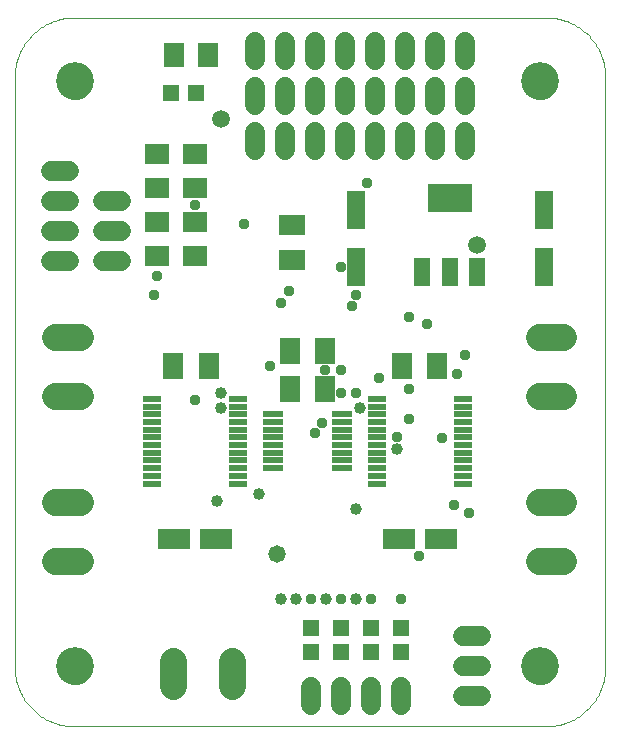
<source format=gts>
G75*
%MOIN*%
%OFA0B0*%
%FSLAX25Y25*%
%IPPOS*%
%LPD*%
%AMOC8*
5,1,8,0,0,1.08239X$1,22.5*
%
%ADD10C,0.00000*%
%ADD11C,0.06800*%
%ADD12R,0.06706X0.08674*%
%ADD13R,0.11036X0.07099*%
%ADD14R,0.06600X0.02200*%
%ADD15R,0.05524X0.05524*%
%ADD16C,0.09068*%
%ADD17R,0.06300X0.02170*%
%ADD18R,0.07099X0.07898*%
%ADD19R,0.07898X0.07099*%
%ADD20C,0.12611*%
%ADD21R,0.05600X0.09600*%
%ADD22R,0.14973X0.09461*%
%ADD23R,0.06312X0.12611*%
%ADD24R,0.08674X0.06706*%
%ADD25C,0.05800*%
%ADD26C,0.03778*%
%ADD27C,0.05918*%
%ADD28C,0.03975*%
D10*
X0007850Y0024870D02*
X0007850Y0221720D01*
X0007856Y0222196D01*
X0007873Y0222671D01*
X0007902Y0223146D01*
X0007942Y0223620D01*
X0007994Y0224093D01*
X0008057Y0224564D01*
X0008131Y0225034D01*
X0008217Y0225502D01*
X0008314Y0225968D01*
X0008422Y0226431D01*
X0008541Y0226891D01*
X0008672Y0227349D01*
X0008813Y0227803D01*
X0008966Y0228254D01*
X0009129Y0228700D01*
X0009303Y0229143D01*
X0009488Y0229581D01*
X0009683Y0230015D01*
X0009889Y0230444D01*
X0010105Y0230868D01*
X0010331Y0231287D01*
X0010567Y0231700D01*
X0010813Y0232107D01*
X0011069Y0232508D01*
X0011335Y0232902D01*
X0011610Y0233291D01*
X0011894Y0233672D01*
X0012187Y0234046D01*
X0012489Y0234414D01*
X0012801Y0234774D01*
X0013120Y0235126D01*
X0013448Y0235470D01*
X0013785Y0235807D01*
X0014129Y0236135D01*
X0014481Y0236454D01*
X0014841Y0236766D01*
X0015209Y0237068D01*
X0015583Y0237361D01*
X0015964Y0237645D01*
X0016353Y0237920D01*
X0016747Y0238186D01*
X0017148Y0238442D01*
X0017555Y0238688D01*
X0017968Y0238924D01*
X0018387Y0239150D01*
X0018811Y0239366D01*
X0019240Y0239572D01*
X0019674Y0239767D01*
X0020112Y0239952D01*
X0020555Y0240126D01*
X0021001Y0240289D01*
X0021452Y0240442D01*
X0021906Y0240583D01*
X0022364Y0240714D01*
X0022824Y0240833D01*
X0023287Y0240941D01*
X0023753Y0241038D01*
X0024221Y0241124D01*
X0024691Y0241198D01*
X0025162Y0241261D01*
X0025635Y0241313D01*
X0026109Y0241353D01*
X0026584Y0241382D01*
X0027059Y0241399D01*
X0027535Y0241405D01*
X0027535Y0241406D02*
X0185015Y0241406D01*
X0185015Y0241405D02*
X0185491Y0241399D01*
X0185966Y0241382D01*
X0186441Y0241353D01*
X0186915Y0241313D01*
X0187388Y0241261D01*
X0187859Y0241198D01*
X0188329Y0241124D01*
X0188797Y0241038D01*
X0189263Y0240941D01*
X0189726Y0240833D01*
X0190186Y0240714D01*
X0190644Y0240583D01*
X0191098Y0240442D01*
X0191549Y0240289D01*
X0191995Y0240126D01*
X0192438Y0239952D01*
X0192876Y0239767D01*
X0193310Y0239572D01*
X0193739Y0239366D01*
X0194163Y0239150D01*
X0194582Y0238924D01*
X0194995Y0238688D01*
X0195402Y0238442D01*
X0195803Y0238186D01*
X0196197Y0237920D01*
X0196586Y0237645D01*
X0196967Y0237361D01*
X0197341Y0237068D01*
X0197709Y0236766D01*
X0198069Y0236454D01*
X0198421Y0236135D01*
X0198765Y0235807D01*
X0199102Y0235470D01*
X0199430Y0235126D01*
X0199749Y0234774D01*
X0200061Y0234414D01*
X0200363Y0234046D01*
X0200656Y0233672D01*
X0200940Y0233291D01*
X0201215Y0232902D01*
X0201481Y0232508D01*
X0201737Y0232107D01*
X0201983Y0231700D01*
X0202219Y0231287D01*
X0202445Y0230868D01*
X0202661Y0230444D01*
X0202867Y0230015D01*
X0203062Y0229581D01*
X0203247Y0229143D01*
X0203421Y0228700D01*
X0203584Y0228254D01*
X0203737Y0227803D01*
X0203878Y0227349D01*
X0204009Y0226891D01*
X0204128Y0226431D01*
X0204236Y0225968D01*
X0204333Y0225502D01*
X0204419Y0225034D01*
X0204493Y0224564D01*
X0204556Y0224093D01*
X0204608Y0223620D01*
X0204648Y0223146D01*
X0204677Y0222671D01*
X0204694Y0222196D01*
X0204700Y0221720D01*
X0204700Y0024870D01*
X0204694Y0024394D01*
X0204677Y0023919D01*
X0204648Y0023444D01*
X0204608Y0022970D01*
X0204556Y0022497D01*
X0204493Y0022026D01*
X0204419Y0021556D01*
X0204333Y0021088D01*
X0204236Y0020622D01*
X0204128Y0020159D01*
X0204009Y0019699D01*
X0203878Y0019241D01*
X0203737Y0018787D01*
X0203584Y0018336D01*
X0203421Y0017890D01*
X0203247Y0017447D01*
X0203062Y0017009D01*
X0202867Y0016575D01*
X0202661Y0016146D01*
X0202445Y0015722D01*
X0202219Y0015303D01*
X0201983Y0014890D01*
X0201737Y0014483D01*
X0201481Y0014082D01*
X0201215Y0013688D01*
X0200940Y0013299D01*
X0200656Y0012918D01*
X0200363Y0012544D01*
X0200061Y0012176D01*
X0199749Y0011816D01*
X0199430Y0011464D01*
X0199102Y0011120D01*
X0198765Y0010783D01*
X0198421Y0010455D01*
X0198069Y0010136D01*
X0197709Y0009824D01*
X0197341Y0009522D01*
X0196967Y0009229D01*
X0196586Y0008945D01*
X0196197Y0008670D01*
X0195803Y0008404D01*
X0195402Y0008148D01*
X0194995Y0007902D01*
X0194582Y0007666D01*
X0194163Y0007440D01*
X0193739Y0007224D01*
X0193310Y0007018D01*
X0192876Y0006823D01*
X0192438Y0006638D01*
X0191995Y0006464D01*
X0191549Y0006301D01*
X0191098Y0006148D01*
X0190644Y0006007D01*
X0190186Y0005876D01*
X0189726Y0005757D01*
X0189263Y0005649D01*
X0188797Y0005552D01*
X0188329Y0005466D01*
X0187859Y0005392D01*
X0187388Y0005329D01*
X0186915Y0005277D01*
X0186441Y0005237D01*
X0185966Y0005208D01*
X0185491Y0005191D01*
X0185015Y0005185D01*
X0027535Y0005185D01*
X0027059Y0005191D01*
X0026584Y0005208D01*
X0026109Y0005237D01*
X0025635Y0005277D01*
X0025162Y0005329D01*
X0024691Y0005392D01*
X0024221Y0005466D01*
X0023753Y0005552D01*
X0023287Y0005649D01*
X0022824Y0005757D01*
X0022364Y0005876D01*
X0021906Y0006007D01*
X0021452Y0006148D01*
X0021001Y0006301D01*
X0020555Y0006464D01*
X0020112Y0006638D01*
X0019674Y0006823D01*
X0019240Y0007018D01*
X0018811Y0007224D01*
X0018387Y0007440D01*
X0017968Y0007666D01*
X0017555Y0007902D01*
X0017148Y0008148D01*
X0016747Y0008404D01*
X0016353Y0008670D01*
X0015964Y0008945D01*
X0015583Y0009229D01*
X0015209Y0009522D01*
X0014841Y0009824D01*
X0014481Y0010136D01*
X0014129Y0010455D01*
X0013785Y0010783D01*
X0013448Y0011120D01*
X0013120Y0011464D01*
X0012801Y0011816D01*
X0012489Y0012176D01*
X0012187Y0012544D01*
X0011894Y0012918D01*
X0011610Y0013299D01*
X0011335Y0013688D01*
X0011069Y0014082D01*
X0010813Y0014483D01*
X0010567Y0014890D01*
X0010331Y0015303D01*
X0010105Y0015722D01*
X0009889Y0016146D01*
X0009683Y0016575D01*
X0009488Y0017009D01*
X0009303Y0017447D01*
X0009129Y0017890D01*
X0008966Y0018336D01*
X0008813Y0018787D01*
X0008672Y0019241D01*
X0008541Y0019699D01*
X0008422Y0020159D01*
X0008314Y0020622D01*
X0008217Y0021088D01*
X0008131Y0021556D01*
X0008057Y0022026D01*
X0007994Y0022497D01*
X0007942Y0022970D01*
X0007902Y0023444D01*
X0007873Y0023919D01*
X0007856Y0024394D01*
X0007850Y0024870D01*
X0021944Y0025185D02*
X0021946Y0025338D01*
X0021952Y0025492D01*
X0021962Y0025645D01*
X0021976Y0025797D01*
X0021994Y0025950D01*
X0022016Y0026101D01*
X0022041Y0026252D01*
X0022071Y0026403D01*
X0022105Y0026553D01*
X0022142Y0026701D01*
X0022183Y0026849D01*
X0022228Y0026995D01*
X0022277Y0027141D01*
X0022330Y0027285D01*
X0022386Y0027427D01*
X0022446Y0027568D01*
X0022510Y0027708D01*
X0022577Y0027846D01*
X0022648Y0027982D01*
X0022723Y0028116D01*
X0022800Y0028248D01*
X0022882Y0028378D01*
X0022966Y0028506D01*
X0023054Y0028632D01*
X0023145Y0028755D01*
X0023239Y0028876D01*
X0023337Y0028994D01*
X0023437Y0029110D01*
X0023541Y0029223D01*
X0023647Y0029334D01*
X0023756Y0029442D01*
X0023868Y0029547D01*
X0023982Y0029648D01*
X0024100Y0029747D01*
X0024219Y0029843D01*
X0024341Y0029936D01*
X0024466Y0030025D01*
X0024593Y0030112D01*
X0024722Y0030194D01*
X0024853Y0030274D01*
X0024986Y0030350D01*
X0025121Y0030423D01*
X0025258Y0030492D01*
X0025397Y0030557D01*
X0025537Y0030619D01*
X0025679Y0030677D01*
X0025822Y0030732D01*
X0025967Y0030783D01*
X0026113Y0030830D01*
X0026260Y0030873D01*
X0026408Y0030912D01*
X0026557Y0030948D01*
X0026707Y0030979D01*
X0026858Y0031007D01*
X0027009Y0031031D01*
X0027162Y0031051D01*
X0027314Y0031067D01*
X0027467Y0031079D01*
X0027620Y0031087D01*
X0027773Y0031091D01*
X0027927Y0031091D01*
X0028080Y0031087D01*
X0028233Y0031079D01*
X0028386Y0031067D01*
X0028538Y0031051D01*
X0028691Y0031031D01*
X0028842Y0031007D01*
X0028993Y0030979D01*
X0029143Y0030948D01*
X0029292Y0030912D01*
X0029440Y0030873D01*
X0029587Y0030830D01*
X0029733Y0030783D01*
X0029878Y0030732D01*
X0030021Y0030677D01*
X0030163Y0030619D01*
X0030303Y0030557D01*
X0030442Y0030492D01*
X0030579Y0030423D01*
X0030714Y0030350D01*
X0030847Y0030274D01*
X0030978Y0030194D01*
X0031107Y0030112D01*
X0031234Y0030025D01*
X0031359Y0029936D01*
X0031481Y0029843D01*
X0031600Y0029747D01*
X0031718Y0029648D01*
X0031832Y0029547D01*
X0031944Y0029442D01*
X0032053Y0029334D01*
X0032159Y0029223D01*
X0032263Y0029110D01*
X0032363Y0028994D01*
X0032461Y0028876D01*
X0032555Y0028755D01*
X0032646Y0028632D01*
X0032734Y0028506D01*
X0032818Y0028378D01*
X0032900Y0028248D01*
X0032977Y0028116D01*
X0033052Y0027982D01*
X0033123Y0027846D01*
X0033190Y0027708D01*
X0033254Y0027568D01*
X0033314Y0027427D01*
X0033370Y0027285D01*
X0033423Y0027141D01*
X0033472Y0026995D01*
X0033517Y0026849D01*
X0033558Y0026701D01*
X0033595Y0026553D01*
X0033629Y0026403D01*
X0033659Y0026252D01*
X0033684Y0026101D01*
X0033706Y0025950D01*
X0033724Y0025797D01*
X0033738Y0025645D01*
X0033748Y0025492D01*
X0033754Y0025338D01*
X0033756Y0025185D01*
X0033754Y0025032D01*
X0033748Y0024878D01*
X0033738Y0024725D01*
X0033724Y0024573D01*
X0033706Y0024420D01*
X0033684Y0024269D01*
X0033659Y0024118D01*
X0033629Y0023967D01*
X0033595Y0023817D01*
X0033558Y0023669D01*
X0033517Y0023521D01*
X0033472Y0023375D01*
X0033423Y0023229D01*
X0033370Y0023085D01*
X0033314Y0022943D01*
X0033254Y0022802D01*
X0033190Y0022662D01*
X0033123Y0022524D01*
X0033052Y0022388D01*
X0032977Y0022254D01*
X0032900Y0022122D01*
X0032818Y0021992D01*
X0032734Y0021864D01*
X0032646Y0021738D01*
X0032555Y0021615D01*
X0032461Y0021494D01*
X0032363Y0021376D01*
X0032263Y0021260D01*
X0032159Y0021147D01*
X0032053Y0021036D01*
X0031944Y0020928D01*
X0031832Y0020823D01*
X0031718Y0020722D01*
X0031600Y0020623D01*
X0031481Y0020527D01*
X0031359Y0020434D01*
X0031234Y0020345D01*
X0031107Y0020258D01*
X0030978Y0020176D01*
X0030847Y0020096D01*
X0030714Y0020020D01*
X0030579Y0019947D01*
X0030442Y0019878D01*
X0030303Y0019813D01*
X0030163Y0019751D01*
X0030021Y0019693D01*
X0029878Y0019638D01*
X0029733Y0019587D01*
X0029587Y0019540D01*
X0029440Y0019497D01*
X0029292Y0019458D01*
X0029143Y0019422D01*
X0028993Y0019391D01*
X0028842Y0019363D01*
X0028691Y0019339D01*
X0028538Y0019319D01*
X0028386Y0019303D01*
X0028233Y0019291D01*
X0028080Y0019283D01*
X0027927Y0019279D01*
X0027773Y0019279D01*
X0027620Y0019283D01*
X0027467Y0019291D01*
X0027314Y0019303D01*
X0027162Y0019319D01*
X0027009Y0019339D01*
X0026858Y0019363D01*
X0026707Y0019391D01*
X0026557Y0019422D01*
X0026408Y0019458D01*
X0026260Y0019497D01*
X0026113Y0019540D01*
X0025967Y0019587D01*
X0025822Y0019638D01*
X0025679Y0019693D01*
X0025537Y0019751D01*
X0025397Y0019813D01*
X0025258Y0019878D01*
X0025121Y0019947D01*
X0024986Y0020020D01*
X0024853Y0020096D01*
X0024722Y0020176D01*
X0024593Y0020258D01*
X0024466Y0020345D01*
X0024341Y0020434D01*
X0024219Y0020527D01*
X0024100Y0020623D01*
X0023982Y0020722D01*
X0023868Y0020823D01*
X0023756Y0020928D01*
X0023647Y0021036D01*
X0023541Y0021147D01*
X0023437Y0021260D01*
X0023337Y0021376D01*
X0023239Y0021494D01*
X0023145Y0021615D01*
X0023054Y0021738D01*
X0022966Y0021864D01*
X0022882Y0021992D01*
X0022800Y0022122D01*
X0022723Y0022254D01*
X0022648Y0022388D01*
X0022577Y0022524D01*
X0022510Y0022662D01*
X0022446Y0022802D01*
X0022386Y0022943D01*
X0022330Y0023085D01*
X0022277Y0023229D01*
X0022228Y0023375D01*
X0022183Y0023521D01*
X0022142Y0023669D01*
X0022105Y0023817D01*
X0022071Y0023967D01*
X0022041Y0024118D01*
X0022016Y0024269D01*
X0021994Y0024420D01*
X0021976Y0024573D01*
X0021962Y0024725D01*
X0021952Y0024878D01*
X0021946Y0025032D01*
X0021944Y0025185D01*
X0176944Y0025185D02*
X0176946Y0025338D01*
X0176952Y0025492D01*
X0176962Y0025645D01*
X0176976Y0025797D01*
X0176994Y0025950D01*
X0177016Y0026101D01*
X0177041Y0026252D01*
X0177071Y0026403D01*
X0177105Y0026553D01*
X0177142Y0026701D01*
X0177183Y0026849D01*
X0177228Y0026995D01*
X0177277Y0027141D01*
X0177330Y0027285D01*
X0177386Y0027427D01*
X0177446Y0027568D01*
X0177510Y0027708D01*
X0177577Y0027846D01*
X0177648Y0027982D01*
X0177723Y0028116D01*
X0177800Y0028248D01*
X0177882Y0028378D01*
X0177966Y0028506D01*
X0178054Y0028632D01*
X0178145Y0028755D01*
X0178239Y0028876D01*
X0178337Y0028994D01*
X0178437Y0029110D01*
X0178541Y0029223D01*
X0178647Y0029334D01*
X0178756Y0029442D01*
X0178868Y0029547D01*
X0178982Y0029648D01*
X0179100Y0029747D01*
X0179219Y0029843D01*
X0179341Y0029936D01*
X0179466Y0030025D01*
X0179593Y0030112D01*
X0179722Y0030194D01*
X0179853Y0030274D01*
X0179986Y0030350D01*
X0180121Y0030423D01*
X0180258Y0030492D01*
X0180397Y0030557D01*
X0180537Y0030619D01*
X0180679Y0030677D01*
X0180822Y0030732D01*
X0180967Y0030783D01*
X0181113Y0030830D01*
X0181260Y0030873D01*
X0181408Y0030912D01*
X0181557Y0030948D01*
X0181707Y0030979D01*
X0181858Y0031007D01*
X0182009Y0031031D01*
X0182162Y0031051D01*
X0182314Y0031067D01*
X0182467Y0031079D01*
X0182620Y0031087D01*
X0182773Y0031091D01*
X0182927Y0031091D01*
X0183080Y0031087D01*
X0183233Y0031079D01*
X0183386Y0031067D01*
X0183538Y0031051D01*
X0183691Y0031031D01*
X0183842Y0031007D01*
X0183993Y0030979D01*
X0184143Y0030948D01*
X0184292Y0030912D01*
X0184440Y0030873D01*
X0184587Y0030830D01*
X0184733Y0030783D01*
X0184878Y0030732D01*
X0185021Y0030677D01*
X0185163Y0030619D01*
X0185303Y0030557D01*
X0185442Y0030492D01*
X0185579Y0030423D01*
X0185714Y0030350D01*
X0185847Y0030274D01*
X0185978Y0030194D01*
X0186107Y0030112D01*
X0186234Y0030025D01*
X0186359Y0029936D01*
X0186481Y0029843D01*
X0186600Y0029747D01*
X0186718Y0029648D01*
X0186832Y0029547D01*
X0186944Y0029442D01*
X0187053Y0029334D01*
X0187159Y0029223D01*
X0187263Y0029110D01*
X0187363Y0028994D01*
X0187461Y0028876D01*
X0187555Y0028755D01*
X0187646Y0028632D01*
X0187734Y0028506D01*
X0187818Y0028378D01*
X0187900Y0028248D01*
X0187977Y0028116D01*
X0188052Y0027982D01*
X0188123Y0027846D01*
X0188190Y0027708D01*
X0188254Y0027568D01*
X0188314Y0027427D01*
X0188370Y0027285D01*
X0188423Y0027141D01*
X0188472Y0026995D01*
X0188517Y0026849D01*
X0188558Y0026701D01*
X0188595Y0026553D01*
X0188629Y0026403D01*
X0188659Y0026252D01*
X0188684Y0026101D01*
X0188706Y0025950D01*
X0188724Y0025797D01*
X0188738Y0025645D01*
X0188748Y0025492D01*
X0188754Y0025338D01*
X0188756Y0025185D01*
X0188754Y0025032D01*
X0188748Y0024878D01*
X0188738Y0024725D01*
X0188724Y0024573D01*
X0188706Y0024420D01*
X0188684Y0024269D01*
X0188659Y0024118D01*
X0188629Y0023967D01*
X0188595Y0023817D01*
X0188558Y0023669D01*
X0188517Y0023521D01*
X0188472Y0023375D01*
X0188423Y0023229D01*
X0188370Y0023085D01*
X0188314Y0022943D01*
X0188254Y0022802D01*
X0188190Y0022662D01*
X0188123Y0022524D01*
X0188052Y0022388D01*
X0187977Y0022254D01*
X0187900Y0022122D01*
X0187818Y0021992D01*
X0187734Y0021864D01*
X0187646Y0021738D01*
X0187555Y0021615D01*
X0187461Y0021494D01*
X0187363Y0021376D01*
X0187263Y0021260D01*
X0187159Y0021147D01*
X0187053Y0021036D01*
X0186944Y0020928D01*
X0186832Y0020823D01*
X0186718Y0020722D01*
X0186600Y0020623D01*
X0186481Y0020527D01*
X0186359Y0020434D01*
X0186234Y0020345D01*
X0186107Y0020258D01*
X0185978Y0020176D01*
X0185847Y0020096D01*
X0185714Y0020020D01*
X0185579Y0019947D01*
X0185442Y0019878D01*
X0185303Y0019813D01*
X0185163Y0019751D01*
X0185021Y0019693D01*
X0184878Y0019638D01*
X0184733Y0019587D01*
X0184587Y0019540D01*
X0184440Y0019497D01*
X0184292Y0019458D01*
X0184143Y0019422D01*
X0183993Y0019391D01*
X0183842Y0019363D01*
X0183691Y0019339D01*
X0183538Y0019319D01*
X0183386Y0019303D01*
X0183233Y0019291D01*
X0183080Y0019283D01*
X0182927Y0019279D01*
X0182773Y0019279D01*
X0182620Y0019283D01*
X0182467Y0019291D01*
X0182314Y0019303D01*
X0182162Y0019319D01*
X0182009Y0019339D01*
X0181858Y0019363D01*
X0181707Y0019391D01*
X0181557Y0019422D01*
X0181408Y0019458D01*
X0181260Y0019497D01*
X0181113Y0019540D01*
X0180967Y0019587D01*
X0180822Y0019638D01*
X0180679Y0019693D01*
X0180537Y0019751D01*
X0180397Y0019813D01*
X0180258Y0019878D01*
X0180121Y0019947D01*
X0179986Y0020020D01*
X0179853Y0020096D01*
X0179722Y0020176D01*
X0179593Y0020258D01*
X0179466Y0020345D01*
X0179341Y0020434D01*
X0179219Y0020527D01*
X0179100Y0020623D01*
X0178982Y0020722D01*
X0178868Y0020823D01*
X0178756Y0020928D01*
X0178647Y0021036D01*
X0178541Y0021147D01*
X0178437Y0021260D01*
X0178337Y0021376D01*
X0178239Y0021494D01*
X0178145Y0021615D01*
X0178054Y0021738D01*
X0177966Y0021864D01*
X0177882Y0021992D01*
X0177800Y0022122D01*
X0177723Y0022254D01*
X0177648Y0022388D01*
X0177577Y0022524D01*
X0177510Y0022662D01*
X0177446Y0022802D01*
X0177386Y0022943D01*
X0177330Y0023085D01*
X0177277Y0023229D01*
X0177228Y0023375D01*
X0177183Y0023521D01*
X0177142Y0023669D01*
X0177105Y0023817D01*
X0177071Y0023967D01*
X0177041Y0024118D01*
X0177016Y0024269D01*
X0176994Y0024420D01*
X0176976Y0024573D01*
X0176962Y0024725D01*
X0176952Y0024878D01*
X0176946Y0025032D01*
X0176944Y0025185D01*
X0176944Y0220185D02*
X0176946Y0220338D01*
X0176952Y0220492D01*
X0176962Y0220645D01*
X0176976Y0220797D01*
X0176994Y0220950D01*
X0177016Y0221101D01*
X0177041Y0221252D01*
X0177071Y0221403D01*
X0177105Y0221553D01*
X0177142Y0221701D01*
X0177183Y0221849D01*
X0177228Y0221995D01*
X0177277Y0222141D01*
X0177330Y0222285D01*
X0177386Y0222427D01*
X0177446Y0222568D01*
X0177510Y0222708D01*
X0177577Y0222846D01*
X0177648Y0222982D01*
X0177723Y0223116D01*
X0177800Y0223248D01*
X0177882Y0223378D01*
X0177966Y0223506D01*
X0178054Y0223632D01*
X0178145Y0223755D01*
X0178239Y0223876D01*
X0178337Y0223994D01*
X0178437Y0224110D01*
X0178541Y0224223D01*
X0178647Y0224334D01*
X0178756Y0224442D01*
X0178868Y0224547D01*
X0178982Y0224648D01*
X0179100Y0224747D01*
X0179219Y0224843D01*
X0179341Y0224936D01*
X0179466Y0225025D01*
X0179593Y0225112D01*
X0179722Y0225194D01*
X0179853Y0225274D01*
X0179986Y0225350D01*
X0180121Y0225423D01*
X0180258Y0225492D01*
X0180397Y0225557D01*
X0180537Y0225619D01*
X0180679Y0225677D01*
X0180822Y0225732D01*
X0180967Y0225783D01*
X0181113Y0225830D01*
X0181260Y0225873D01*
X0181408Y0225912D01*
X0181557Y0225948D01*
X0181707Y0225979D01*
X0181858Y0226007D01*
X0182009Y0226031D01*
X0182162Y0226051D01*
X0182314Y0226067D01*
X0182467Y0226079D01*
X0182620Y0226087D01*
X0182773Y0226091D01*
X0182927Y0226091D01*
X0183080Y0226087D01*
X0183233Y0226079D01*
X0183386Y0226067D01*
X0183538Y0226051D01*
X0183691Y0226031D01*
X0183842Y0226007D01*
X0183993Y0225979D01*
X0184143Y0225948D01*
X0184292Y0225912D01*
X0184440Y0225873D01*
X0184587Y0225830D01*
X0184733Y0225783D01*
X0184878Y0225732D01*
X0185021Y0225677D01*
X0185163Y0225619D01*
X0185303Y0225557D01*
X0185442Y0225492D01*
X0185579Y0225423D01*
X0185714Y0225350D01*
X0185847Y0225274D01*
X0185978Y0225194D01*
X0186107Y0225112D01*
X0186234Y0225025D01*
X0186359Y0224936D01*
X0186481Y0224843D01*
X0186600Y0224747D01*
X0186718Y0224648D01*
X0186832Y0224547D01*
X0186944Y0224442D01*
X0187053Y0224334D01*
X0187159Y0224223D01*
X0187263Y0224110D01*
X0187363Y0223994D01*
X0187461Y0223876D01*
X0187555Y0223755D01*
X0187646Y0223632D01*
X0187734Y0223506D01*
X0187818Y0223378D01*
X0187900Y0223248D01*
X0187977Y0223116D01*
X0188052Y0222982D01*
X0188123Y0222846D01*
X0188190Y0222708D01*
X0188254Y0222568D01*
X0188314Y0222427D01*
X0188370Y0222285D01*
X0188423Y0222141D01*
X0188472Y0221995D01*
X0188517Y0221849D01*
X0188558Y0221701D01*
X0188595Y0221553D01*
X0188629Y0221403D01*
X0188659Y0221252D01*
X0188684Y0221101D01*
X0188706Y0220950D01*
X0188724Y0220797D01*
X0188738Y0220645D01*
X0188748Y0220492D01*
X0188754Y0220338D01*
X0188756Y0220185D01*
X0188754Y0220032D01*
X0188748Y0219878D01*
X0188738Y0219725D01*
X0188724Y0219573D01*
X0188706Y0219420D01*
X0188684Y0219269D01*
X0188659Y0219118D01*
X0188629Y0218967D01*
X0188595Y0218817D01*
X0188558Y0218669D01*
X0188517Y0218521D01*
X0188472Y0218375D01*
X0188423Y0218229D01*
X0188370Y0218085D01*
X0188314Y0217943D01*
X0188254Y0217802D01*
X0188190Y0217662D01*
X0188123Y0217524D01*
X0188052Y0217388D01*
X0187977Y0217254D01*
X0187900Y0217122D01*
X0187818Y0216992D01*
X0187734Y0216864D01*
X0187646Y0216738D01*
X0187555Y0216615D01*
X0187461Y0216494D01*
X0187363Y0216376D01*
X0187263Y0216260D01*
X0187159Y0216147D01*
X0187053Y0216036D01*
X0186944Y0215928D01*
X0186832Y0215823D01*
X0186718Y0215722D01*
X0186600Y0215623D01*
X0186481Y0215527D01*
X0186359Y0215434D01*
X0186234Y0215345D01*
X0186107Y0215258D01*
X0185978Y0215176D01*
X0185847Y0215096D01*
X0185714Y0215020D01*
X0185579Y0214947D01*
X0185442Y0214878D01*
X0185303Y0214813D01*
X0185163Y0214751D01*
X0185021Y0214693D01*
X0184878Y0214638D01*
X0184733Y0214587D01*
X0184587Y0214540D01*
X0184440Y0214497D01*
X0184292Y0214458D01*
X0184143Y0214422D01*
X0183993Y0214391D01*
X0183842Y0214363D01*
X0183691Y0214339D01*
X0183538Y0214319D01*
X0183386Y0214303D01*
X0183233Y0214291D01*
X0183080Y0214283D01*
X0182927Y0214279D01*
X0182773Y0214279D01*
X0182620Y0214283D01*
X0182467Y0214291D01*
X0182314Y0214303D01*
X0182162Y0214319D01*
X0182009Y0214339D01*
X0181858Y0214363D01*
X0181707Y0214391D01*
X0181557Y0214422D01*
X0181408Y0214458D01*
X0181260Y0214497D01*
X0181113Y0214540D01*
X0180967Y0214587D01*
X0180822Y0214638D01*
X0180679Y0214693D01*
X0180537Y0214751D01*
X0180397Y0214813D01*
X0180258Y0214878D01*
X0180121Y0214947D01*
X0179986Y0215020D01*
X0179853Y0215096D01*
X0179722Y0215176D01*
X0179593Y0215258D01*
X0179466Y0215345D01*
X0179341Y0215434D01*
X0179219Y0215527D01*
X0179100Y0215623D01*
X0178982Y0215722D01*
X0178868Y0215823D01*
X0178756Y0215928D01*
X0178647Y0216036D01*
X0178541Y0216147D01*
X0178437Y0216260D01*
X0178337Y0216376D01*
X0178239Y0216494D01*
X0178145Y0216615D01*
X0178054Y0216738D01*
X0177966Y0216864D01*
X0177882Y0216992D01*
X0177800Y0217122D01*
X0177723Y0217254D01*
X0177648Y0217388D01*
X0177577Y0217524D01*
X0177510Y0217662D01*
X0177446Y0217802D01*
X0177386Y0217943D01*
X0177330Y0218085D01*
X0177277Y0218229D01*
X0177228Y0218375D01*
X0177183Y0218521D01*
X0177142Y0218669D01*
X0177105Y0218817D01*
X0177071Y0218967D01*
X0177041Y0219118D01*
X0177016Y0219269D01*
X0176994Y0219420D01*
X0176976Y0219573D01*
X0176962Y0219725D01*
X0176952Y0219878D01*
X0176946Y0220032D01*
X0176944Y0220185D01*
X0021944Y0220185D02*
X0021946Y0220338D01*
X0021952Y0220492D01*
X0021962Y0220645D01*
X0021976Y0220797D01*
X0021994Y0220950D01*
X0022016Y0221101D01*
X0022041Y0221252D01*
X0022071Y0221403D01*
X0022105Y0221553D01*
X0022142Y0221701D01*
X0022183Y0221849D01*
X0022228Y0221995D01*
X0022277Y0222141D01*
X0022330Y0222285D01*
X0022386Y0222427D01*
X0022446Y0222568D01*
X0022510Y0222708D01*
X0022577Y0222846D01*
X0022648Y0222982D01*
X0022723Y0223116D01*
X0022800Y0223248D01*
X0022882Y0223378D01*
X0022966Y0223506D01*
X0023054Y0223632D01*
X0023145Y0223755D01*
X0023239Y0223876D01*
X0023337Y0223994D01*
X0023437Y0224110D01*
X0023541Y0224223D01*
X0023647Y0224334D01*
X0023756Y0224442D01*
X0023868Y0224547D01*
X0023982Y0224648D01*
X0024100Y0224747D01*
X0024219Y0224843D01*
X0024341Y0224936D01*
X0024466Y0225025D01*
X0024593Y0225112D01*
X0024722Y0225194D01*
X0024853Y0225274D01*
X0024986Y0225350D01*
X0025121Y0225423D01*
X0025258Y0225492D01*
X0025397Y0225557D01*
X0025537Y0225619D01*
X0025679Y0225677D01*
X0025822Y0225732D01*
X0025967Y0225783D01*
X0026113Y0225830D01*
X0026260Y0225873D01*
X0026408Y0225912D01*
X0026557Y0225948D01*
X0026707Y0225979D01*
X0026858Y0226007D01*
X0027009Y0226031D01*
X0027162Y0226051D01*
X0027314Y0226067D01*
X0027467Y0226079D01*
X0027620Y0226087D01*
X0027773Y0226091D01*
X0027927Y0226091D01*
X0028080Y0226087D01*
X0028233Y0226079D01*
X0028386Y0226067D01*
X0028538Y0226051D01*
X0028691Y0226031D01*
X0028842Y0226007D01*
X0028993Y0225979D01*
X0029143Y0225948D01*
X0029292Y0225912D01*
X0029440Y0225873D01*
X0029587Y0225830D01*
X0029733Y0225783D01*
X0029878Y0225732D01*
X0030021Y0225677D01*
X0030163Y0225619D01*
X0030303Y0225557D01*
X0030442Y0225492D01*
X0030579Y0225423D01*
X0030714Y0225350D01*
X0030847Y0225274D01*
X0030978Y0225194D01*
X0031107Y0225112D01*
X0031234Y0225025D01*
X0031359Y0224936D01*
X0031481Y0224843D01*
X0031600Y0224747D01*
X0031718Y0224648D01*
X0031832Y0224547D01*
X0031944Y0224442D01*
X0032053Y0224334D01*
X0032159Y0224223D01*
X0032263Y0224110D01*
X0032363Y0223994D01*
X0032461Y0223876D01*
X0032555Y0223755D01*
X0032646Y0223632D01*
X0032734Y0223506D01*
X0032818Y0223378D01*
X0032900Y0223248D01*
X0032977Y0223116D01*
X0033052Y0222982D01*
X0033123Y0222846D01*
X0033190Y0222708D01*
X0033254Y0222568D01*
X0033314Y0222427D01*
X0033370Y0222285D01*
X0033423Y0222141D01*
X0033472Y0221995D01*
X0033517Y0221849D01*
X0033558Y0221701D01*
X0033595Y0221553D01*
X0033629Y0221403D01*
X0033659Y0221252D01*
X0033684Y0221101D01*
X0033706Y0220950D01*
X0033724Y0220797D01*
X0033738Y0220645D01*
X0033748Y0220492D01*
X0033754Y0220338D01*
X0033756Y0220185D01*
X0033754Y0220032D01*
X0033748Y0219878D01*
X0033738Y0219725D01*
X0033724Y0219573D01*
X0033706Y0219420D01*
X0033684Y0219269D01*
X0033659Y0219118D01*
X0033629Y0218967D01*
X0033595Y0218817D01*
X0033558Y0218669D01*
X0033517Y0218521D01*
X0033472Y0218375D01*
X0033423Y0218229D01*
X0033370Y0218085D01*
X0033314Y0217943D01*
X0033254Y0217802D01*
X0033190Y0217662D01*
X0033123Y0217524D01*
X0033052Y0217388D01*
X0032977Y0217254D01*
X0032900Y0217122D01*
X0032818Y0216992D01*
X0032734Y0216864D01*
X0032646Y0216738D01*
X0032555Y0216615D01*
X0032461Y0216494D01*
X0032363Y0216376D01*
X0032263Y0216260D01*
X0032159Y0216147D01*
X0032053Y0216036D01*
X0031944Y0215928D01*
X0031832Y0215823D01*
X0031718Y0215722D01*
X0031600Y0215623D01*
X0031481Y0215527D01*
X0031359Y0215434D01*
X0031234Y0215345D01*
X0031107Y0215258D01*
X0030978Y0215176D01*
X0030847Y0215096D01*
X0030714Y0215020D01*
X0030579Y0214947D01*
X0030442Y0214878D01*
X0030303Y0214813D01*
X0030163Y0214751D01*
X0030021Y0214693D01*
X0029878Y0214638D01*
X0029733Y0214587D01*
X0029587Y0214540D01*
X0029440Y0214497D01*
X0029292Y0214458D01*
X0029143Y0214422D01*
X0028993Y0214391D01*
X0028842Y0214363D01*
X0028691Y0214339D01*
X0028538Y0214319D01*
X0028386Y0214303D01*
X0028233Y0214291D01*
X0028080Y0214283D01*
X0027927Y0214279D01*
X0027773Y0214279D01*
X0027620Y0214283D01*
X0027467Y0214291D01*
X0027314Y0214303D01*
X0027162Y0214319D01*
X0027009Y0214339D01*
X0026858Y0214363D01*
X0026707Y0214391D01*
X0026557Y0214422D01*
X0026408Y0214458D01*
X0026260Y0214497D01*
X0026113Y0214540D01*
X0025967Y0214587D01*
X0025822Y0214638D01*
X0025679Y0214693D01*
X0025537Y0214751D01*
X0025397Y0214813D01*
X0025258Y0214878D01*
X0025121Y0214947D01*
X0024986Y0215020D01*
X0024853Y0215096D01*
X0024722Y0215176D01*
X0024593Y0215258D01*
X0024466Y0215345D01*
X0024341Y0215434D01*
X0024219Y0215527D01*
X0024100Y0215623D01*
X0023982Y0215722D01*
X0023868Y0215823D01*
X0023756Y0215928D01*
X0023647Y0216036D01*
X0023541Y0216147D01*
X0023437Y0216260D01*
X0023337Y0216376D01*
X0023239Y0216494D01*
X0023145Y0216615D01*
X0023054Y0216738D01*
X0022966Y0216864D01*
X0022882Y0216992D01*
X0022800Y0217122D01*
X0022723Y0217254D01*
X0022648Y0217388D01*
X0022577Y0217524D01*
X0022510Y0217662D01*
X0022446Y0217802D01*
X0022386Y0217943D01*
X0022330Y0218085D01*
X0022277Y0218229D01*
X0022228Y0218375D01*
X0022183Y0218521D01*
X0022142Y0218669D01*
X0022105Y0218817D01*
X0022071Y0218967D01*
X0022041Y0219118D01*
X0022016Y0219269D01*
X0021994Y0219420D01*
X0021976Y0219573D01*
X0021962Y0219725D01*
X0021952Y0219878D01*
X0021946Y0220032D01*
X0021944Y0220185D01*
D11*
X0019850Y0190185D02*
X0025850Y0190185D01*
X0025850Y0180185D02*
X0019850Y0180185D01*
X0019850Y0170185D02*
X0025850Y0170185D01*
X0025850Y0160185D02*
X0019850Y0160185D01*
X0037350Y0160185D02*
X0043350Y0160185D01*
X0043350Y0170185D02*
X0037350Y0170185D01*
X0037350Y0180185D02*
X0043350Y0180185D01*
X0087850Y0197185D02*
X0087850Y0203185D01*
X0087850Y0212185D02*
X0087850Y0218185D01*
X0087850Y0227185D02*
X0087850Y0233185D01*
X0097850Y0233185D02*
X0097850Y0227185D01*
X0097850Y0218185D02*
X0097850Y0212185D01*
X0097850Y0203185D02*
X0097850Y0197185D01*
X0107850Y0197185D02*
X0107850Y0203185D01*
X0107850Y0212185D02*
X0107850Y0218185D01*
X0107850Y0227185D02*
X0107850Y0233185D01*
X0117850Y0233185D02*
X0117850Y0227185D01*
X0117850Y0218185D02*
X0117850Y0212185D01*
X0117850Y0203185D02*
X0117850Y0197185D01*
X0127850Y0197185D02*
X0127850Y0203185D01*
X0127850Y0212185D02*
X0127850Y0218185D01*
X0127850Y0227185D02*
X0127850Y0233185D01*
X0137850Y0233185D02*
X0137850Y0227185D01*
X0137850Y0218185D02*
X0137850Y0212185D01*
X0137850Y0203185D02*
X0137850Y0197185D01*
X0147850Y0197185D02*
X0147850Y0203185D01*
X0147850Y0212185D02*
X0147850Y0218185D01*
X0147850Y0227185D02*
X0147850Y0233185D01*
X0157850Y0233185D02*
X0157850Y0227185D01*
X0157850Y0218185D02*
X0157850Y0212185D01*
X0157850Y0203185D02*
X0157850Y0197185D01*
X0157350Y0035185D02*
X0163350Y0035185D01*
X0163350Y0025185D02*
X0157350Y0025185D01*
X0157350Y0015185D02*
X0163350Y0015185D01*
X0136600Y0012185D02*
X0136600Y0018185D01*
X0126600Y0018185D02*
X0126600Y0012185D01*
X0116600Y0012185D02*
X0116600Y0018185D01*
X0106600Y0018185D02*
X0106600Y0012185D01*
D12*
X0111256Y0117685D03*
X0099444Y0117685D03*
X0099444Y0130185D03*
X0111256Y0130185D03*
X0136944Y0125185D03*
X0148756Y0125185D03*
X0072506Y0125185D03*
X0060694Y0125185D03*
D13*
X0060763Y0067685D03*
X0074937Y0067685D03*
X0135763Y0067685D03*
X0149937Y0067685D03*
D14*
X0116850Y0091185D03*
X0116850Y0093785D03*
X0116850Y0096385D03*
X0116850Y0098885D03*
X0116850Y0101485D03*
X0116850Y0103985D03*
X0116850Y0106585D03*
X0116850Y0109185D03*
X0093850Y0109185D03*
X0093850Y0106585D03*
X0093850Y0103985D03*
X0093850Y0101485D03*
X0093850Y0098885D03*
X0093850Y0096385D03*
X0093850Y0093785D03*
X0093850Y0091185D03*
D15*
X0106600Y0038069D03*
X0106600Y0029801D03*
X0116600Y0029801D03*
X0116600Y0038069D03*
X0126600Y0038069D03*
X0126600Y0029801D03*
X0136600Y0029801D03*
X0136600Y0038069D03*
X0068234Y0216435D03*
X0059966Y0216435D03*
D16*
X0029484Y0135028D02*
X0021216Y0135028D01*
X0021216Y0115343D02*
X0029484Y0115343D01*
X0029484Y0080028D02*
X0021216Y0080028D01*
X0021216Y0060343D02*
X0029484Y0060343D01*
X0060507Y0026819D02*
X0060507Y0018551D01*
X0080193Y0018551D02*
X0080193Y0026819D01*
X0182466Y0060343D02*
X0190734Y0060343D01*
X0190734Y0080028D02*
X0182466Y0080028D01*
X0182466Y0115343D02*
X0190734Y0115343D01*
X0190734Y0135028D02*
X0182466Y0135028D01*
D17*
X0157244Y0114260D03*
X0157244Y0111701D03*
X0157244Y0109142D03*
X0157244Y0106583D03*
X0157244Y0104024D03*
X0157244Y0101465D03*
X0157244Y0098906D03*
X0157244Y0096346D03*
X0157244Y0093787D03*
X0157244Y0091228D03*
X0157244Y0088669D03*
X0157244Y0086110D03*
X0128456Y0086110D03*
X0128456Y0088669D03*
X0128456Y0091228D03*
X0128456Y0093787D03*
X0128456Y0096346D03*
X0128456Y0098906D03*
X0128456Y0101465D03*
X0128456Y0104024D03*
X0128456Y0106583D03*
X0128456Y0109142D03*
X0128456Y0111701D03*
X0128456Y0114260D03*
X0082244Y0114260D03*
X0082244Y0111701D03*
X0082244Y0109142D03*
X0082244Y0106583D03*
X0082244Y0104024D03*
X0082244Y0101465D03*
X0082244Y0098906D03*
X0082244Y0096346D03*
X0082244Y0093787D03*
X0082244Y0091228D03*
X0082244Y0088669D03*
X0082244Y0086110D03*
X0053456Y0086110D03*
X0053456Y0088669D03*
X0053456Y0091228D03*
X0053456Y0093787D03*
X0053456Y0096346D03*
X0053456Y0098906D03*
X0053456Y0101465D03*
X0053456Y0104024D03*
X0053456Y0106583D03*
X0053456Y0109142D03*
X0053456Y0111701D03*
X0053456Y0114260D03*
D18*
X0061002Y0228935D03*
X0072198Y0228935D03*
D19*
X0067850Y0195783D03*
X0067850Y0184587D03*
X0067850Y0173283D03*
X0067850Y0162087D03*
X0055350Y0162087D03*
X0055350Y0173283D03*
X0055350Y0184587D03*
X0055350Y0195783D03*
D20*
X0027850Y0220185D03*
X0182850Y0220185D03*
X0182850Y0025185D03*
X0027850Y0025185D03*
D21*
X0143750Y0156735D03*
X0152850Y0156735D03*
X0161950Y0156735D03*
D22*
X0152850Y0181136D03*
D23*
X0121600Y0177134D03*
X0121600Y0158236D03*
X0184100Y0158236D03*
X0184100Y0177134D03*
D24*
X0100350Y0172341D03*
X0100350Y0160530D03*
D25*
X0095350Y0062685D03*
D26*
X0106600Y0047685D03*
X0116600Y0047685D03*
X0126600Y0047685D03*
X0136600Y0047685D03*
X0142459Y0061826D03*
X0154100Y0078935D03*
X0159100Y0076435D03*
X0150350Y0101435D03*
X0139100Y0107685D03*
X0135376Y0101461D03*
X0139100Y0117685D03*
X0129100Y0121435D03*
X0121600Y0116435D03*
X0116600Y0116435D03*
X0116600Y0123935D03*
X0111256Y0123935D03*
X0110350Y0106435D03*
X0107850Y0102874D03*
X0092850Y0125185D03*
X0096600Y0146435D03*
X0099100Y0150185D03*
X0116600Y0158236D03*
X0121600Y0148935D03*
X0120350Y0145185D03*
X0139100Y0141624D03*
X0145350Y0139124D03*
X0157850Y0128935D03*
X0155350Y0122685D03*
X0125350Y0186435D03*
X0084100Y0172685D03*
X0067850Y0178935D03*
X0055350Y0155185D03*
X0054100Y0148935D03*
X0067850Y0113935D03*
D27*
X0076600Y0207685D03*
X0161950Y0165535D03*
D28*
X0122850Y0111435D03*
X0135350Y0097685D03*
X0121600Y0077685D03*
X0121600Y0047685D03*
X0111600Y0047685D03*
X0101600Y0047685D03*
X0096600Y0047685D03*
X0075350Y0080185D03*
X0089100Y0082685D03*
X0076600Y0111435D03*
X0076600Y0116435D03*
M02*

</source>
